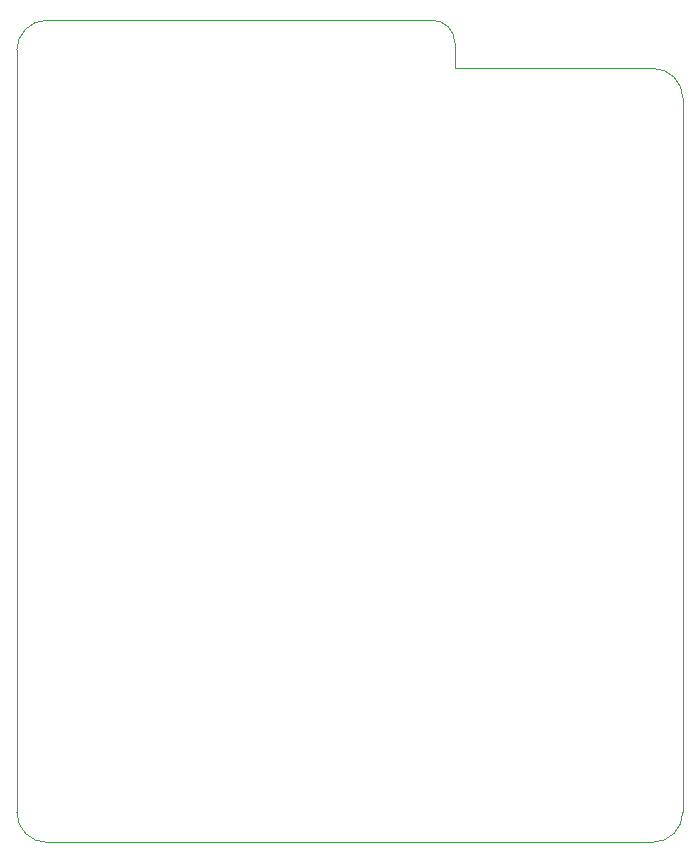
<source format=gko>
G04 Layer_Color=16720538*
%FSLAX25Y25*%
%MOIN*%
G70*
G01*
G75*
%ADD94C,0.00100*%
D94*
X100000Y110000D02*
G03*
X110000Y100000I10000J0D01*
G01*
Y374000D02*
G03*
X100000Y364000I0J-10000D01*
G01*
X246000Y366500D02*
G03*
X238500Y374000I-7500J0D01*
G01*
X322000Y348000D02*
G03*
X312000Y358000I-10000J0D01*
G01*
Y100000D02*
G03*
X322000Y110000I0J10000D01*
G01*
X114500Y100000D02*
X307000Y100000D01*
X110000Y100000D02*
X114500D01*
X100000Y110000D02*
Y339500D01*
Y364000D01*
X110000Y374000D02*
X231500D01*
X238500Y374000D01*
X246000Y358000D02*
Y366500D01*
Y358000D02*
X254500D01*
X307500D01*
X312000D01*
X322000Y114500D02*
Y348000D01*
Y110000D02*
Y114500D01*
X307000Y100000D02*
X312000D01*
M02*

</source>
